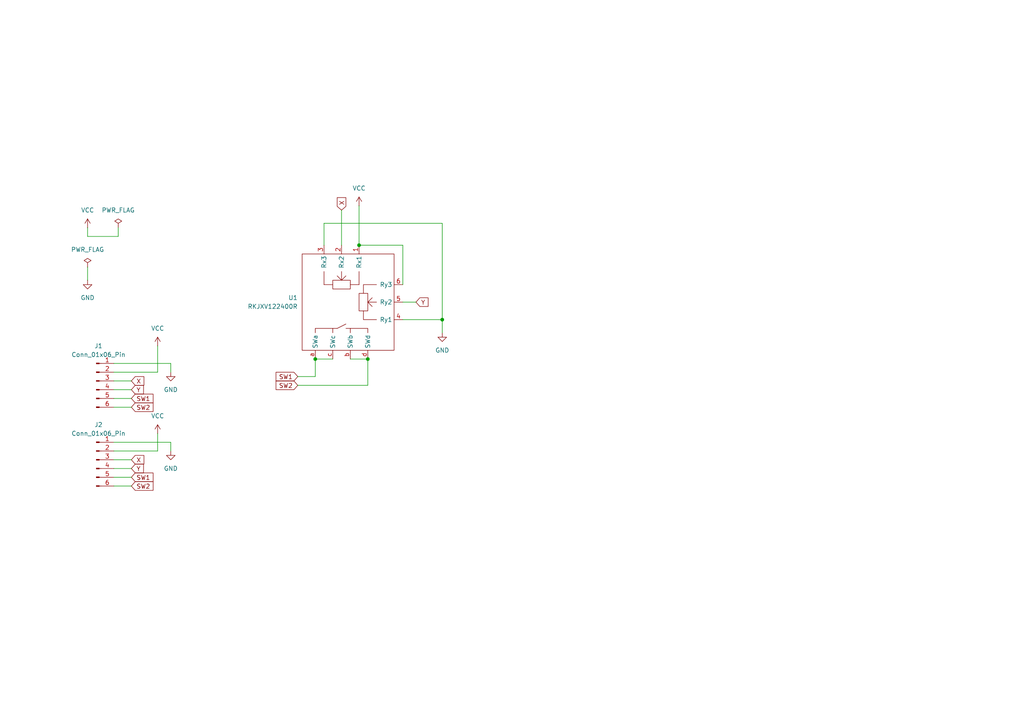
<source format=kicad_sch>
(kicad_sch (version 20231120) (generator "eeschema") (generator_version "8.0")
  (paper "A4")
  (lib_symbols
    (symbol "Connector:Conn_01x06_Pin" (pin_names (offset 1.016) hide)
      (property "Reference" "J" (at 0 7.62 0))
      (property "Value" "Conn_01x06_Pin" (at 0 -10.16 0))
      (symbol "Conn_01x06_Pin_1_1"
        (polyline (pts (xy 1.27 -7.62) (xy 0.8636 -7.62)) (stroke (width 0.1524)))
        (polyline (pts (xy 1.27 -5.08) (xy 0.8636 -5.08)) (stroke (width 0.1524)))
        (polyline (pts (xy 1.27 -2.54) (xy 0.8636 -2.54)) (stroke (width 0.1524)))
        (polyline (pts (xy 1.27 0) (xy 0.8636 0)) (stroke (width 0.1524)))
        (polyline (pts (xy 1.27 2.54) (xy 0.8636 2.54)) (stroke (width 0.1524)))
        (polyline (pts (xy 1.27 5.08) (xy 0.8636 5.08)) (stroke (width 0.1524)))
        (rectangle (start 0.8636 -7.493) (end 0 -7.747) (stroke (width 0.1524)) (fill (type outline)))
        (rectangle (start 0.8636 -4.953) (end 0 -5.207) (stroke (width 0.1524)) (fill (type outline)))
        (rectangle (start 0.8636 -2.413) (end 0 -2.667) (stroke (width 0.1524)) (fill (type outline)))
        (rectangle (start 0.8636 0.127) (end 0 -0.127) (stroke (width 0.1524)) (fill (type outline)))
        (rectangle (start 0.8636 2.667) (end 0 2.413) (stroke (width 0.1524)) (fill (type outline)))
        (rectangle (start 0.8636 5.207) (end 0 4.953) (stroke (width 0.1524)) (fill (type outline)))
        (pin passive line (at 5.08 5.08 180) (length 3.81) (name "Pin_1") (number "1"))
        (pin passive line (at 5.08 2.54 180) (length 3.81) (name "Pin_2") (number "2"))
        (pin passive line (at 5.08 0 180) (length 3.81) (name "Pin_3") (number "3"))
        (pin passive line (at 5.08 -2.54 180) (length 3.81) (name "Pin_4") (number "4"))
        (pin passive line (at 5.08 -5.08 180) (length 3.81) (name "Pin_5") (number "5"))
        (pin passive line (at 5.08 -7.62 180) (length 3.81) (name "Pin_6") (number "6"))
      )
    )
    (symbol "joystick:RKJXV122400R"
      (property "Reference" "U" (at -4.318 1.27 0))
      (property "Value" "RKJXV122400R" (at -3.048 -1.778 0))
      (symbol "RKJXV122400R_1_1"
        (rectangle (start -11.43 13.97) (end 15.24 -13.97))
        (rectangle (start -5.08 5.08) (end -5.08 8.89))
        (rectangle (start -2.54 5.08) (end -5.08 5.08))
        (rectangle (start -2.54 6.35) (end 2.54 3.81))
        (polyline (pts (xy -2.54 -7.62) (xy -1.27 -7.62)))
        (polyline (pts (xy -1.27 -7.62) (xy 1.27 -6.35)))
        (polyline (pts (xy 2.54 -7.62) (xy 1.27 -7.62)))
        (polyline (pts (xy 7.62 0) (xy 8.89 -1.27)))
        (polyline (pts (xy 7.62 0) (xy 8.89 1.27)))
        (polyline (pts (xy 7.62 0) (xy 10.16 0)))
        (polyline (pts (xy 6.35 -2.54) (xy 6.35 -5.08) (xy 10.16 -5.08)))
        (polyline (pts (xy -2.54 -8.89) (xy -2.54 -7.62) (xy -7.62 -7.62) (xy -7.62 -8.89)))
        (polyline (pts (xy 0 6.35) (xy -1.27 7.62) (xy 0 6.35) (xy 1.27 7.62)))
        (polyline (pts (xy 2.54 -8.89) (xy 2.54 -7.62) (xy 7.62 -7.62) (xy 7.62 -8.89)))
        (polyline (pts (xy 10.16 5.08) (xy 6.35 5.08) (xy 6.35 2.54) (xy 5.08 2.54) (xy 5.08 -2.54) (xy 7.62 -2.54) (xy 7.62 2.54) (xy 6.35 2.54)))
        (rectangle (start 0 8.89) (end 0 6.35))
        (rectangle (start 2.54 5.08) (end 5.08 5.08))
        (rectangle (start 5.08 5.08) (end 5.08 8.89))
        (pin passive line (at 5.08 16.51 270) (length 2.54) (name "Rx1") (number "1"))
        (pin passive line (at 0 16.51 270) (length 2.54) (name "Rx2") (number "2"))
        (pin passive line (at -5.08 16.51 270) (length 2.54) (name "Rx3") (number "3"))
        (pin passive line (at 17.78 -5.08 180) (length 2.54) (name "Ry1") (number "4"))
        (pin passive line (at 17.78 0 180) (length 2.54) (name "Ry2") (number "5"))
        (pin passive line (at 17.78 5.08 180) (length 2.54) (name "Ry3") (number "6"))
        (pin passive line (at -7.62 -16.51 90) (length 2.54) (name "SWa") (number "a"))
        (pin passive line (at 2.54 -16.51 90) (length 2.54) (name "SWb") (number "b"))
        (pin passive line (at -2.54 -16.51 90) (length 2.54) (name "SWc") (number "c"))
        (pin passive line (at 7.62 -16.51 90) (length 2.54) (name "SWd") (number "d"))
      )
    )
    (symbol "power:GND" (power) (pin_numbers hide) (pin_names (offset 0) hide)
      (property "Value" "GND" (at 0 -3.81 0))
      (symbol "GND_0_1"
        (polyline (pts (xy 0 0) (xy 0 -1.27) (xy 1.27 -1.27) (xy 0 -2.54) (xy -1.27 -1.27) (xy 0 -1.27)))
      )
      (symbol "GND_1_1"
        (pin power_in line (at 0 0 270) (length 0) (name "~") (number "1"))
      )
    )
    (symbol "power:PWR_FLAG" (power) (pin_numbers hide) (pin_names (offset 0) hide)
      (property "Value" "PWR_FLAG" (at 0 3.81 0))
      (symbol "PWR_FLAG_0_0"
        (pin power_out line (at 0 0 90) (length 0) (name "~") (number "1"))
      )
      (symbol "PWR_FLAG_0_1"
        (polyline (pts (xy 0 0) (xy 0 1.27) (xy -1.016 1.905) (xy 0 2.54) (xy 1.016 1.905) (xy 0 1.27)))
      )
    )
    (symbol "power:VCC" (power) (pin_numbers hide) (pin_names (offset 0) hide)
      (property "Value" "VCC" (at 0 3.556 0))
      (symbol "VCC_0_1"
        (polyline (pts (xy -0.762 1.27) (xy 0 2.54)))
        (polyline (pts (xy 0 0) (xy 0 2.54)))
        (polyline (pts (xy 0 2.54) (xy 0.762 1.27)))
      )
      (symbol "VCC_1_1"
        (pin power_in line (at 0 0 90) (length 0) (name "~") (number "1"))
      )
    )
  )
  (junction (at 106.68 104.14))
  (junction (at 128.27 92.71))
  (junction (at 91.44 104.14))
  (junction (at 104.14 71.12))
  (wire (pts (xy 93.98 64.77) (xy 128.27 64.77)))
  (wire (pts (xy 116.84 92.71) (xy 128.27 92.71)))
  (wire (pts (xy 104.14 59.69) (xy 104.14 71.12)))
  (wire (pts (xy 91.44 104.14) (xy 96.52 104.14)))
  (wire (pts (xy 116.84 71.12) (xy 116.84 82.55)))
  (wire (pts (xy 49.53 105.41) (xy 49.53 107.95)))
  (wire (pts (xy 25.4 66.04) (xy 25.4 68.58)))
  (wire (pts (xy 101.6 104.14) (xy 106.68 104.14)))
  (wire (pts (xy 33.02 105.41) (xy 49.53 105.41)))
  (wire (pts (xy 34.29 66.04) (xy 34.29 68.58)))
  (wire (pts (xy 104.14 71.12) (xy 116.84 71.12)))
  (wire (pts (xy 128.27 92.71) (xy 128.27 96.52)))
  (wire (pts (xy 91.44 109.22) (xy 91.44 104.14)))
  (wire (pts (xy 33.02 133.35) (xy 38.1 133.35)))
  (wire (pts (xy 33.02 107.95) (xy 45.72 107.95)))
  (wire (pts (xy 116.84 87.63) (xy 120.65 87.63)))
  (wire (pts (xy 49.53 128.27) (xy 49.53 130.81)))
  (wire (pts (xy 33.02 128.27) (xy 49.53 128.27)))
  (wire (pts (xy 45.72 100.33) (xy 45.72 107.95)))
  (wire (pts (xy 25.4 77.47) (xy 25.4 81.28)))
  (wire (pts (xy 106.68 104.14) (xy 106.68 111.76)))
  (wire (pts (xy 45.72 125.73) (xy 45.72 130.81)))
  (wire (pts (xy 93.98 71.12) (xy 93.98 64.77)))
  (wire (pts (xy 33.02 118.11) (xy 38.1 118.11)))
  (wire (pts (xy 33.02 138.43) (xy 38.1 138.43)))
  (wire (pts (xy 33.02 110.49) (xy 38.1 110.49)))
  (wire (pts (xy 33.02 113.03) (xy 38.1 113.03)))
  (wire (pts (xy 33.02 115.57) (xy 38.1 115.57)))
  (wire (pts (xy 25.4 68.58) (xy 34.29 68.58)))
  (wire (pts (xy 33.02 135.89) (xy 38.1 135.89)))
  (wire (pts (xy 128.27 64.77) (xy 128.27 92.71)))
  (wire (pts (xy 33.02 140.97) (xy 38.1 140.97)))
  (wire (pts (xy 86.36 109.22) (xy 91.44 109.22)))
  (wire (pts (xy 45.72 130.81) (xy 33.02 130.81)))
  (wire (pts (xy 99.06 60.96) (xy 99.06 71.12)))
  (wire (pts (xy 86.36 111.76) (xy 106.68 111.76)))
  (global_label "X" (shape input) (at 99.06 60.96 90) (property "Intersheetrefs" "${INTERSHEET_REFS}" (effects (hide yes))))
  (global_label "Y" (shape input) (at 38.1 113.03 0) (property "Intersheetrefs" "${INTERSHEET_REFS}" (effects (hide yes))))
  (global_label "SW1" (shape input) (at 38.1 115.57 0) (property "Intersheetrefs" "${INTERSHEET_REFS}" (effects (hide yes))))
  (global_label "SW2" (shape input) (at 86.36 111.76 180) (property "Intersheetrefs" "${INTERSHEET_REFS}" (effects (hide yes))))
  (global_label "SW1" (shape input) (at 86.36 109.22 180) (property "Intersheetrefs" "${INTERSHEET_REFS}" (effects (hide yes))))
  (global_label "Y" (shape input) (at 120.65 87.63 0) (property "Intersheetrefs" "${INTERSHEET_REFS}" (effects (hide yes))))
  (global_label "X" (shape input) (at 38.1 110.49 0) (property "Intersheetrefs" "${INTERSHEET_REFS}" (effects (hide yes))))
  (global_label "SW2" (shape input) (at 38.1 118.11 0) (property "Intersheetrefs" "${INTERSHEET_REFS}" (effects (hide yes))))
  (global_label "X" (shape input) (at 38.1 133.35 0) (property "Intersheetrefs" "${INTERSHEET_REFS}" (effects (hide yes))))
  (global_label "SW2" (shape input) (at 38.1 140.97 0) (property "Intersheetrefs" "${INTERSHEET_REFS}" (effects (hide yes))))
  (global_label "SW1" (shape input) (at 38.1 138.43 0) (property "Intersheetrefs" "${INTERSHEET_REFS}" (effects (hide yes))))
  (global_label "Y" (shape input) (at 38.1 135.89 0) (property "Intersheetrefs" "${INTERSHEET_REFS}" (effects (hide yes))))
  (symbol (lib_id "power:VCC") (at 104.14 59.69 0) (unit 1)
    (property "Reference" "#PWR07" (effects (hide yes)))
    (property "Value" "VCC" (at 104.14 54.61 0))
    (property "Description" "Power symbol creates a global label with name \"VCC\"" (effects (hide yes)))
  )
  (symbol (lib_id "power:VCC") (at 25.4 66.04 0) (unit 1)
    (property "Reference" "#PWR01" (effects (hide yes)))
    (property "Value" "VCC" (at 25.4 60.96 0))
    (property "Description" "Power symbol creates a global label with name \"VCC\"" (effects (hide yes)))
  )
  (symbol (lib_id "power:GND") (at 25.4 81.28 0) (unit 1)
    (property "Reference" "#PWR02" (effects (hide yes)))
    (property "Value" "GND" (at 25.4 86.36 0))
    (property "Description" "Power symbol creates a global label with name \"GND\" , ground" (effects (hide yes)))
  )
  (symbol (lib_id "power:GND") (at 49.53 107.95 0) (unit 1)
    (property "Reference" "#PWR05" (effects (hide yes)))
    (property "Value" "GND" (at 49.53 113.03 0))
    (property "Description" "Power symbol creates a global label with name \"GND\" , ground" (effects (hide yes)))
  )
  (symbol (lib_id "power:VCC") (at 45.72 100.33 0) (unit 1)
    (property "Reference" "#PWR03" (effects (hide yes)))
    (property "Value" "VCC" (at 45.72 95.25 0))
    (property "Description" "Power symbol creates a global label with name \"VCC\"" (effects (hide yes)))
  )
  (symbol (lib_id "Connector:Conn_01x06_Pin") (at 27.94 110.49 0) (unit 1)
    (property "Reference" "J1" (at 28.575 100.33 0))
    (property "Value" "Conn_01x06_Pin" (at 28.575 102.87 0))
    (property "Footprint" "Connector_PinHeader_2.54mm:PinHeader_1x06_P2.54mm_Vertical" (effects (hide yes)))
    (property "Description" "Generic connector, single row, 01x06, script generated" (effects (hide yes)))
  )
  (symbol (lib_id "power:GND") (at 128.27 96.52 0) (unit 1)
    (property "Reference" "#PWR04" (effects (hide yes)))
    (property "Value" "GND" (at 128.27 101.6 0))
    (property "Description" "Power symbol creates a global label with name \"GND\" , ground" (effects (hide yes)))
  )
  (symbol (lib_id "Connector:Conn_01x06_Pin") (at 27.94 133.35 0) (unit 1)
    (property "Reference" "J2" (at 28.575 123.19 0))
    (property "Value" "Conn_01x06_Pin" (at 28.575 125.73 0))
    (property "Footprint" "Connector_PinHeader_2.54mm:PinHeader_1x06_P2.54mm_Vertical" (effects (hide yes)))
    (property "Description" "Generic connector, single row, 01x06, script generated" (effects (hide yes)))
  )
  (symbol (lib_id "power:PWR_FLAG") (at 34.29 66.04 0) (unit 1)
    (property "Reference" "#FLG01" (effects (hide yes)))
    (property "Value" "PWR_FLAG" (at 34.29 60.96 0))
    (property "Description" "Special symbol for telling ERC where power comes from" (effects (hide yes)))
  )
  (symbol (lib_id "joystick:RKJXV122400R") (at 99.06 87.63 0) (unit 1)
    (property "Reference" "U1" (at 86.36 86.3599 0) (effects (justify right)))
    (property "Value" "RKJXV122400R" (at 86.36 88.8999 0) (effects (justify right)))
    (property "Footprint" "myjoystick:RKJXV122400R" (effects (hide yes)))
  )
  (symbol (lib_id "power:GND") (at 49.53 130.81 0) (unit 1)
    (property "Reference" "#PWR08" (effects (hide yes)))
    (property "Value" "GND" (at 49.53 135.89 0))
    (property "Description" "Power symbol creates a global label with name \"GND\" , ground" (effects (hide yes)))
  )
  (symbol (lib_id "power:PWR_FLAG") (at 25.4 77.47 0) (unit 1)
    (property "Reference" "#FLG02" (effects (hide yes)))
    (property "Value" "PWR_FLAG" (at 25.4 72.39 0))
    (property "Description" "Special symbol for telling ERC where power comes from" (effects (hide yes)))
  )
  (symbol (lib_id "power:VCC") (at 45.72 125.73 0) (unit 1)
    (property "Reference" "#PWR06" (effects (hide yes)))
    (property "Value" "VCC" (at 45.72 120.65 0))
    (property "Description" "Power symbol creates a global label with name \"VCC\"" (effects (hide yes)))
  )
)
</source>
